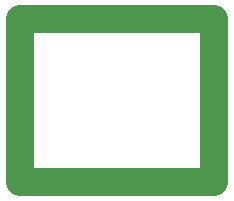
<source format=gbr>
G04 (created by PCBNEW (2013-mar-13)-testing) date lun 17 jun 2013 19:38:30 CEST*
%MOIN*%
G04 Gerber Fmt 3.4, Leading zero omitted, Abs format*
%FSLAX34Y34*%
G01*
G70*
G90*
G04 APERTURE LIST*
%ADD10C,0.003937*%
%ADD11C,0.094488*%
G04 APERTURE END LIST*
G54D10*
G54D11*
X15500Y-6275D02*
X15500Y-6575D01*
X9025Y-6275D02*
X15500Y-6275D01*
X9025Y-6325D02*
X9025Y-6275D01*
X9025Y-6400D02*
X9025Y-6325D01*
X9025Y-11725D02*
X9025Y-6400D01*
X9175Y-11725D02*
X9025Y-11725D01*
X15500Y-11725D02*
X9175Y-11725D01*
X15500Y-6275D02*
X15500Y-11725D01*
M02*

</source>
